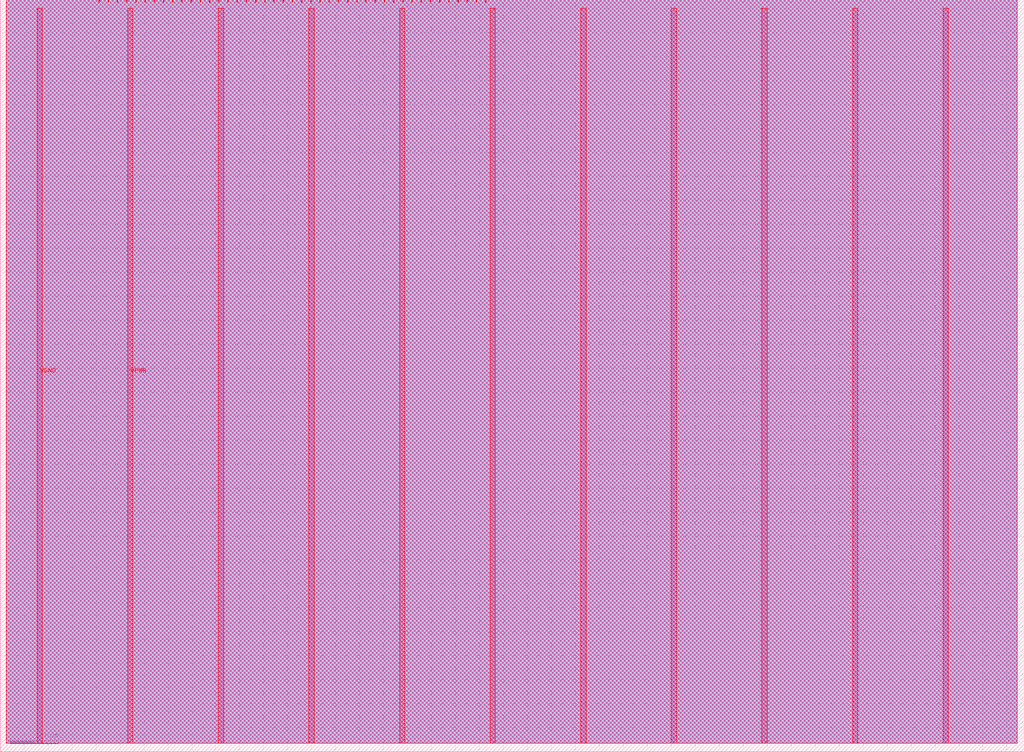
<source format=lef>
VERSION 5.8 ;
BUSBITCHARS "[]" ;
DIVIDERCHAR "/" ;
UNITS
    DATABASE MICRONS 1000 ;
END UNITS

VIA tt_um_toivoh_demo_deluxe_via1_2_2200_440_1_5_410_410
  VIARULE via1Array ;
  CUTSIZE 0.19 0.19 ;
  LAYERS Metal1 Via1 Metal2 ;
  CUTSPACING 0.22 0.22 ;
  ENCLOSURE 0.01 0.125 0.05 0.005 ;
  ROWCOL 1 5 ;
END tt_um_toivoh_demo_deluxe_via1_2_2200_440_1_5_410_410

VIA tt_um_toivoh_demo_deluxe_via2_3_2200_440_1_5_410_410
  VIARULE via2Array ;
  CUTSIZE 0.19 0.19 ;
  LAYERS Metal2 Via2 Metal3 ;
  CUTSPACING 0.22 0.22 ;
  ENCLOSURE 0.05 0.005 0.005 0.05 ;
  ROWCOL 1 5 ;
END tt_um_toivoh_demo_deluxe_via2_3_2200_440_1_5_410_410

VIA tt_um_toivoh_demo_deluxe_via3_4_2200_440_1_5_410_410
  VIARULE via3Array ;
  CUTSIZE 0.19 0.19 ;
  LAYERS Metal3 Via3 Metal4 ;
  CUTSPACING 0.22 0.22 ;
  ENCLOSURE 0.005 0.05 0.05 0.005 ;
  ROWCOL 1 5 ;
END tt_um_toivoh_demo_deluxe_via3_4_2200_440_1_5_410_410

VIA tt_um_toivoh_demo_deluxe_via4_5_2200_440_1_5_410_410
  VIARULE via4Array ;
  CUTSIZE 0.19 0.19 ;
  LAYERS Metal4 Via4 Metal5 ;
  CUTSPACING 0.22 0.22 ;
  ENCLOSURE 0.05 0.005 0.185 0.05 ;
  ROWCOL 1 5 ;
END tt_um_toivoh_demo_deluxe_via4_5_2200_440_1_5_410_410

MACRO tt_um_toivoh_demo_deluxe
  FOREIGN tt_um_toivoh_demo_deluxe 0 0 ;
  CLASS BLOCK ;
  SIZE 427.2 BY 313.74 ;
  PIN clk
    DIRECTION INPUT ;
    USE SIGNAL ;
    PORT
      LAYER Metal5 ;
        RECT  198.57 312.74 198.87 313.74 ;
    END
  END clk
  PIN ena
    DIRECTION INPUT ;
    USE SIGNAL ;
    PORT
      LAYER Metal5 ;
        RECT  202.41 312.74 202.71 313.74 ;
    END
  END ena
  PIN rst_n
    DIRECTION INPUT ;
    USE SIGNAL ;
    PORT
      LAYER Metal5 ;
        RECT  194.73 312.74 195.03 313.74 ;
    END
  END rst_n
  PIN ui_in[0]
    DIRECTION INPUT ;
    USE SIGNAL ;
    PORT
      LAYER Metal5 ;
        RECT  190.89 312.74 191.19 313.74 ;
    END
  END ui_in[0]
  PIN ui_in[1]
    DIRECTION INPUT ;
    USE SIGNAL ;
    PORT
      LAYER Metal5 ;
        RECT  187.05 312.74 187.35 313.74 ;
    END
  END ui_in[1]
  PIN ui_in[2]
    DIRECTION INPUT ;
    USE SIGNAL ;
    PORT
      LAYER Metal5 ;
        RECT  183.21 312.74 183.51 313.74 ;
    END
  END ui_in[2]
  PIN ui_in[3]
    DIRECTION INPUT ;
    USE SIGNAL ;
    PORT
      LAYER Metal5 ;
        RECT  179.37 312.74 179.67 313.74 ;
    END
  END ui_in[3]
  PIN ui_in[4]
    DIRECTION INPUT ;
    USE SIGNAL ;
    PORT
      LAYER Metal5 ;
        RECT  175.53 312.74 175.83 313.74 ;
    END
  END ui_in[4]
  PIN ui_in[5]
    DIRECTION INPUT ;
    USE SIGNAL ;
    PORT
      LAYER Metal5 ;
        RECT  171.69 312.74 171.99 313.74 ;
    END
  END ui_in[5]
  PIN ui_in[6]
    DIRECTION INPUT ;
    USE SIGNAL ;
    PORT
      LAYER Metal5 ;
        RECT  167.85 312.74 168.15 313.74 ;
    END
  END ui_in[6]
  PIN ui_in[7]
    DIRECTION INPUT ;
    USE SIGNAL ;
    PORT
      LAYER Metal5 ;
        RECT  164.01 312.74 164.31 313.74 ;
    END
  END ui_in[7]
  PIN uio_in[0]
    DIRECTION INPUT ;
    USE SIGNAL ;
    PORT
      LAYER Metal5 ;
        RECT  160.17 312.74 160.47 313.74 ;
    END
  END uio_in[0]
  PIN uio_in[1]
    DIRECTION INPUT ;
    USE SIGNAL ;
    PORT
      LAYER Metal5 ;
        RECT  156.33 312.74 156.63 313.74 ;
    END
  END uio_in[1]
  PIN uio_in[2]
    DIRECTION INPUT ;
    USE SIGNAL ;
    PORT
      LAYER Metal5 ;
        RECT  152.49 312.74 152.79 313.74 ;
    END
  END uio_in[2]
  PIN uio_in[3]
    DIRECTION INPUT ;
    USE SIGNAL ;
    PORT
      LAYER Metal5 ;
        RECT  148.65 312.74 148.95 313.74 ;
    END
  END uio_in[3]
  PIN uio_in[4]
    DIRECTION INPUT ;
    USE SIGNAL ;
    PORT
      LAYER Metal5 ;
        RECT  144.81 312.74 145.11 313.74 ;
    END
  END uio_in[4]
  PIN uio_in[5]
    DIRECTION INPUT ;
    USE SIGNAL ;
    PORT
      LAYER Metal5 ;
        RECT  140.97 312.74 141.27 313.74 ;
    END
  END uio_in[5]
  PIN uio_in[6]
    DIRECTION INPUT ;
    USE SIGNAL ;
    PORT
      LAYER Metal5 ;
        RECT  137.13 312.74 137.43 313.74 ;
    END
  END uio_in[6]
  PIN uio_in[7]
    DIRECTION INPUT ;
    USE SIGNAL ;
    PORT
      LAYER Metal5 ;
        RECT  133.29 312.74 133.59 313.74 ;
    END
  END uio_in[7]
  PIN uio_oe[0]
    DIRECTION OUTPUT ;
    USE SIGNAL ;
    PORT
      LAYER Metal5 ;
        RECT  68.01 312.74 68.31 313.74 ;
    END
  END uio_oe[0]
  PIN uio_oe[1]
    DIRECTION OUTPUT ;
    USE SIGNAL ;
    PORT
      LAYER Metal5 ;
        RECT  64.17 312.74 64.47 313.74 ;
    END
  END uio_oe[1]
  PIN uio_oe[2]
    DIRECTION OUTPUT ;
    USE SIGNAL ;
    PORT
      LAYER Metal5 ;
        RECT  60.33 312.74 60.63 313.74 ;
    END
  END uio_oe[2]
  PIN uio_oe[3]
    DIRECTION OUTPUT ;
    USE SIGNAL ;
    PORT
      LAYER Metal5 ;
        RECT  56.49 312.74 56.79 313.74 ;
    END
  END uio_oe[3]
  PIN uio_oe[4]
    DIRECTION OUTPUT ;
    USE SIGNAL ;
    PORT
      LAYER Metal5 ;
        RECT  52.65 312.74 52.95 313.74 ;
    END
  END uio_oe[4]
  PIN uio_oe[5]
    DIRECTION OUTPUT ;
    USE SIGNAL ;
    PORT
      LAYER Metal5 ;
        RECT  48.81 312.74 49.11 313.74 ;
    END
  END uio_oe[5]
  PIN uio_oe[6]
    DIRECTION OUTPUT ;
    USE SIGNAL ;
    PORT
      LAYER Metal5 ;
        RECT  44.97 312.74 45.27 313.74 ;
    END
  END uio_oe[6]
  PIN uio_oe[7]
    DIRECTION OUTPUT ;
    USE SIGNAL ;
    PORT
      LAYER Metal5 ;
        RECT  41.13 312.74 41.43 313.74 ;
    END
  END uio_oe[7]
  PIN uio_out[0]
    DIRECTION OUTPUT ;
    USE SIGNAL ;
    PORT
      LAYER Metal5 ;
        RECT  98.73 312.74 99.03 313.74 ;
    END
  END uio_out[0]
  PIN uio_out[1]
    DIRECTION OUTPUT ;
    USE SIGNAL ;
    PORT
      LAYER Metal5 ;
        RECT  94.89 312.74 95.19 313.74 ;
    END
  END uio_out[1]
  PIN uio_out[2]
    DIRECTION OUTPUT ;
    USE SIGNAL ;
    PORT
      LAYER Metal5 ;
        RECT  91.05 312.74 91.35 313.74 ;
    END
  END uio_out[2]
  PIN uio_out[3]
    DIRECTION OUTPUT ;
    USE SIGNAL ;
    PORT
      LAYER Metal5 ;
        RECT  87.21 312.74 87.51 313.74 ;
    END
  END uio_out[3]
  PIN uio_out[4]
    DIRECTION OUTPUT ;
    USE SIGNAL ;
    PORT
      LAYER Metal5 ;
        RECT  83.37 312.74 83.67 313.74 ;
    END
  END uio_out[4]
  PIN uio_out[5]
    DIRECTION OUTPUT ;
    USE SIGNAL ;
    PORT
      LAYER Metal5 ;
        RECT  79.53 312.74 79.83 313.74 ;
    END
  END uio_out[5]
  PIN uio_out[6]
    DIRECTION OUTPUT ;
    USE SIGNAL ;
    PORT
      LAYER Metal5 ;
        RECT  75.69 312.74 75.99 313.74 ;
    END
  END uio_out[6]
  PIN uio_out[7]
    DIRECTION OUTPUT ;
    USE SIGNAL ;
    PORT
      LAYER Metal5 ;
        RECT  71.85 312.74 72.15 313.74 ;
    END
  END uio_out[7]
  PIN uo_out[0]
    DIRECTION OUTPUT ;
    USE SIGNAL ;
    PORT
      LAYER Metal5 ;
        RECT  129.45 312.74 129.75 313.74 ;
    END
  END uo_out[0]
  PIN uo_out[1]
    DIRECTION OUTPUT ;
    USE SIGNAL ;
    PORT
      LAYER Metal5 ;
        RECT  125.61 312.74 125.91 313.74 ;
    END
  END uo_out[1]
  PIN uo_out[2]
    DIRECTION OUTPUT ;
    USE SIGNAL ;
    PORT
      LAYER Metal5 ;
        RECT  121.77 312.74 122.07 313.74 ;
    END
  END uo_out[2]
  PIN uo_out[3]
    DIRECTION OUTPUT ;
    USE SIGNAL ;
    PORT
      LAYER Metal5 ;
        RECT  117.93 312.74 118.23 313.74 ;
    END
  END uo_out[3]
  PIN uo_out[4]
    DIRECTION OUTPUT ;
    USE SIGNAL ;
    PORT
      LAYER Metal5 ;
        RECT  114.09 312.74 114.39 313.74 ;
    END
  END uo_out[4]
  PIN uo_out[5]
    DIRECTION OUTPUT ;
    USE SIGNAL ;
    PORT
      LAYER Metal5 ;
        RECT  110.25 312.74 110.55 313.74 ;
    END
  END uo_out[5]
  PIN uo_out[6]
    DIRECTION OUTPUT ;
    USE SIGNAL ;
    PORT
      LAYER Metal5 ;
        RECT  106.41 312.74 106.71 313.74 ;
    END
  END uo_out[6]
  PIN uo_out[7]
    DIRECTION OUTPUT ;
    USE SIGNAL ;
    PORT
      LAYER Metal5 ;
        RECT  102.57 312.74 102.87 313.74 ;
    END
  END uo_out[7]
  PIN VGND
    DIRECTION INOUT ;
    USE GROUND ;
    PORT
      LAYER Metal5 ;
        RECT  393.38 3.56 395.58 310.18 ;
        RECT  317.78 3.56 319.98 310.18 ;
        RECT  242.18 3.56 244.38 310.18 ;
        RECT  166.58 3.56 168.78 310.18 ;
        RECT  90.98 3.56 93.18 310.18 ;
        RECT  15.38 3.56 17.58 310.18 ;
    END
  END VGND
  PIN VPWR
    DIRECTION INOUT ;
    USE POWER ;
    PORT
      LAYER Metal5 ;
        RECT  355.58 3.56 357.78 310.18 ;
        RECT  279.98 3.56 282.18 310.18 ;
        RECT  204.38 3.56 206.58 310.18 ;
        RECT  128.78 3.56 130.98 310.18 ;
        RECT  53.18 3.56 55.38 310.18 ;
    END
  END VPWR
  OBS
    LAYER Metal1 ;
     RECT  2.605 3.56 424.32 313.74 ;
    LAYER Metal2 ;
     RECT  2.605 3.56 424.32 313.74 ;
    LAYER Metal3 ;
     RECT  2.605 3.56 424.32 313.74 ;
    LAYER Metal4 ;
     RECT  2.605 3.56 424.32 313.74 ;
    LAYER Metal5 ;
     RECT  2.605 3.56 424.32 313.74 ;
  END
END tt_um_toivoh_demo_deluxe
END LIBRARY

</source>
